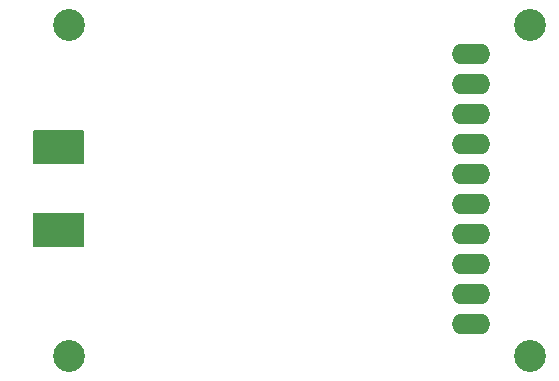
<source format=gbs>
G04 #@! TF.GenerationSoftware,KiCad,Pcbnew,5.1.10*
G04 #@! TF.CreationDate,2021-09-13T21:13:45+02:00*
G04 #@! TF.ProjectId,AX5043,41583530-3433-42e6-9b69-6361645f7063,rev?*
G04 #@! TF.SameCoordinates,Original*
G04 #@! TF.FileFunction,Soldermask,Bot*
G04 #@! TF.FilePolarity,Negative*
%FSLAX46Y46*%
G04 Gerber Fmt 4.6, Leading zero omitted, Abs format (unit mm)*
G04 Created by KiCad (PCBNEW 5.1.10) date 2021-09-13 21:13:45*
%MOMM*%
%LPD*%
G01*
G04 APERTURE LIST*
%ADD10C,2.700000*%
%ADD11O,3.251200X1.727200*%
G04 APERTURE END LIST*
D10*
X169000000Y-119000000D03*
X169000000Y-91000000D03*
X130000000Y-119000000D03*
X130000000Y-91000000D03*
D11*
X164084000Y-116268500D03*
X164084000Y-113728500D03*
X164084000Y-111188500D03*
X164084000Y-108648500D03*
X164084000Y-106108500D03*
X164084000Y-103568500D03*
X164084000Y-101028500D03*
X164084000Y-98488500D03*
X164084000Y-95948500D03*
X164084000Y-93408500D03*
G36*
G01*
X126918300Y-102677400D02*
X126918300Y-100010400D01*
G75*
G02*
X127019900Y-99908800I101600J0D01*
G01*
X131210900Y-99908800D01*
G75*
G02*
X131312500Y-100010400I0J-101600D01*
G01*
X131312500Y-102677400D01*
G75*
G02*
X131210900Y-102779000I-101600J0D01*
G01*
X127019900Y-102779000D01*
G75*
G02*
X126918300Y-102677400I0J101600D01*
G01*
G37*
G36*
G01*
X126918300Y-109666600D02*
X126918300Y-106999600D01*
G75*
G02*
X127019900Y-106898000I101600J0D01*
G01*
X131210900Y-106898000D01*
G75*
G02*
X131312500Y-106999600I0J-101600D01*
G01*
X131312500Y-109666600D01*
G75*
G02*
X131210900Y-109768200I-101600J0D01*
G01*
X127019900Y-109768200D01*
G75*
G02*
X126918300Y-109666600I0J101600D01*
G01*
G37*
M02*

</source>
